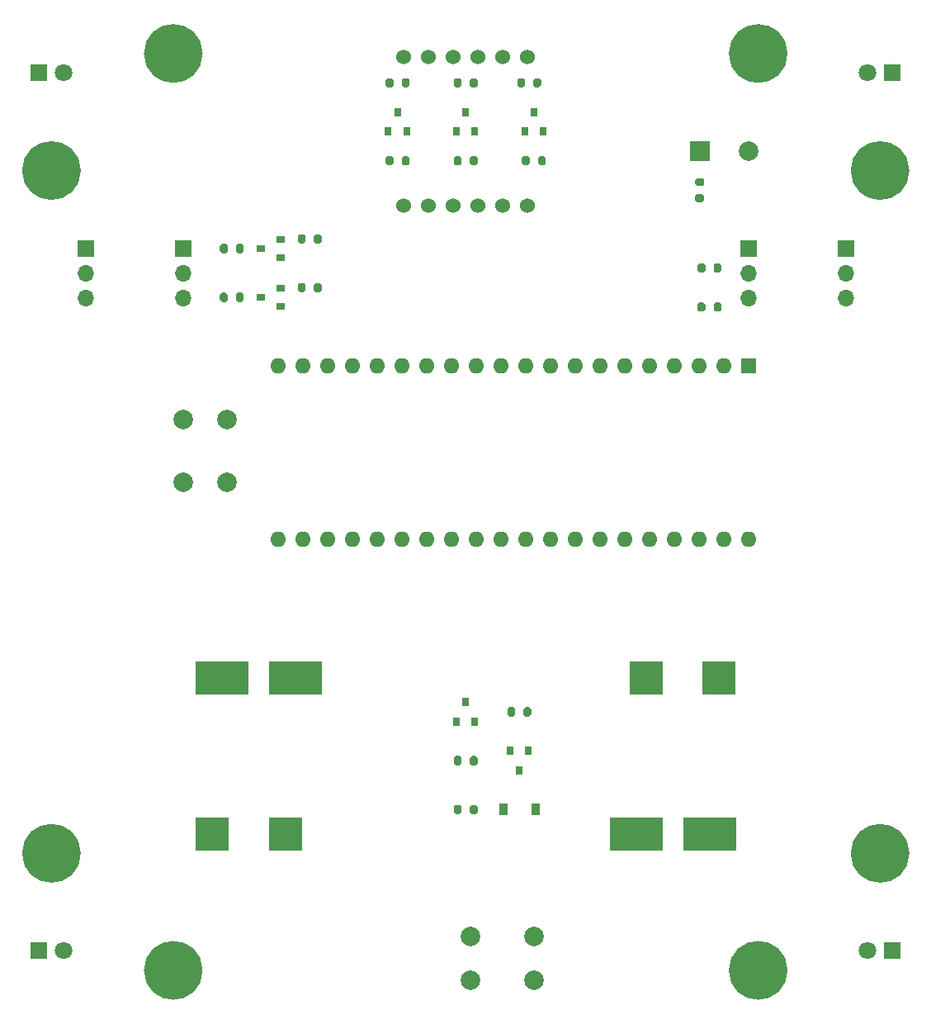
<source format=gbs>
%TF.GenerationSoftware,KiCad,Pcbnew,(5.1.10)-1*%
%TF.CreationDate,2022-10-01T11:38:57+09:00*%
%TF.ProjectId,speedometer,73706565-646f-46d6-9574-65722e6b6963,rev?*%
%TF.SameCoordinates,Original*%
%TF.FileFunction,Soldermask,Bot*%
%TF.FilePolarity,Negative*%
%FSLAX46Y46*%
G04 Gerber Fmt 4.6, Leading zero omitted, Abs format (unit mm)*
G04 Created by KiCad (PCBNEW (5.1.10)-1) date 2022-10-01 11:38:57*
%MOMM*%
%LPD*%
G01*
G04 APERTURE LIST*
%ADD10C,2.000000*%
%ADD11C,1.524000*%
%ADD12R,0.800000X0.900000*%
%ADD13R,0.900000X1.200000*%
%ADD14R,3.500000X3.500000*%
%ADD15R,5.500000X3.500000*%
%ADD16R,2.000000X2.000000*%
%ADD17C,2.000000*%
%ADD18C,1.800000*%
%ADD19R,1.800000X1.800000*%
%ADD20R,1.700000X1.700000*%
%ADD21O,1.700000X1.700000*%
%ADD22R,0.900000X0.800000*%
%ADD23O,1.600000X1.600000*%
%ADD24R,1.600000X1.600000*%
%ADD25C,3.200000*%
G04 APERTURE END LIST*
D10*
%TO.C,H1*%
X22000000Y-3000000D02*
G75*
G03*
X22000000Y-3000000I-2000000J0D01*
G01*
%TO.C,H2*%
X22000000Y-97000000D02*
G75*
G03*
X22000000Y-97000000I-2000000J0D01*
G01*
%TO.C,H3*%
X82000000Y-3000000D02*
G75*
G03*
X82000000Y-3000000I-2000000J0D01*
G01*
%TO.C,H4*%
X82000000Y-97000000D02*
G75*
G03*
X82000000Y-97000000I-2000000J0D01*
G01*
%TO.C,H5*%
X9500000Y-15000000D02*
G75*
G03*
X9500000Y-15000000I-2000000J0D01*
G01*
%TO.C,H6*%
X9500000Y-85000000D02*
G75*
G03*
X9500000Y-85000000I-2000000J0D01*
G01*
%TO.C,H7*%
X94500000Y-15000000D02*
G75*
G03*
X94500000Y-15000000I-2000000J0D01*
G01*
%TO.C,H8*%
X94500000Y-85000000D02*
G75*
G03*
X94500000Y-85000000I-2000000J0D01*
G01*
%TD*%
D11*
%TO.C,U2*%
X43650000Y-18620000D03*
X46190000Y-18620000D03*
X48730000Y-18620000D03*
X51270000Y-18620000D03*
X53810000Y-18620000D03*
X56350000Y-18620000D03*
X56350000Y-3380000D03*
X53810000Y-3380000D03*
X51270000Y-3380000D03*
X48730000Y-3380000D03*
X46190000Y-3380000D03*
X43650000Y-3380000D03*
%TD*%
%TO.C,R13*%
G36*
G01*
X74575000Y-24725000D02*
X74575000Y-25275000D01*
G75*
G02*
X74375000Y-25475000I-200000J0D01*
G01*
X73975000Y-25475000D01*
G75*
G02*
X73775000Y-25275000I0J200000D01*
G01*
X73775000Y-24725000D01*
G75*
G02*
X73975000Y-24525000I200000J0D01*
G01*
X74375000Y-24525000D01*
G75*
G02*
X74575000Y-24725000I0J-200000D01*
G01*
G37*
G36*
G01*
X76225000Y-24725000D02*
X76225000Y-25275000D01*
G75*
G02*
X76025000Y-25475000I-200000J0D01*
G01*
X75625000Y-25475000D01*
G75*
G02*
X75425000Y-25275000I0J200000D01*
G01*
X75425000Y-24725000D01*
G75*
G02*
X75625000Y-24525000I200000J0D01*
G01*
X76025000Y-24525000D01*
G75*
G02*
X76225000Y-24725000I0J-200000D01*
G01*
G37*
%TD*%
D12*
%TO.C,Q1*%
X50000000Y-69500000D03*
X49050000Y-71500000D03*
X50950000Y-71500000D03*
%TD*%
%TO.C,R2*%
G36*
G01*
X48775000Y-75775000D02*
X48775000Y-75225000D01*
G75*
G02*
X48975000Y-75025000I200000J0D01*
G01*
X49375000Y-75025000D01*
G75*
G02*
X49575000Y-75225000I0J-200000D01*
G01*
X49575000Y-75775000D01*
G75*
G02*
X49375000Y-75975000I-200000J0D01*
G01*
X48975000Y-75975000D01*
G75*
G02*
X48775000Y-75775000I0J200000D01*
G01*
G37*
G36*
G01*
X50425000Y-75775000D02*
X50425000Y-75225000D01*
G75*
G02*
X50625000Y-75025000I200000J0D01*
G01*
X51025000Y-75025000D01*
G75*
G02*
X51225000Y-75225000I0J-200000D01*
G01*
X51225000Y-75775000D01*
G75*
G02*
X51025000Y-75975000I-200000J0D01*
G01*
X50625000Y-75975000D01*
G75*
G02*
X50425000Y-75775000I0J200000D01*
G01*
G37*
%TD*%
%TO.C,R4*%
G36*
G01*
X55075000Y-70225000D02*
X55075000Y-70775000D01*
G75*
G02*
X54875000Y-70975000I-200000J0D01*
G01*
X54475000Y-70975000D01*
G75*
G02*
X54275000Y-70775000I0J200000D01*
G01*
X54275000Y-70225000D01*
G75*
G02*
X54475000Y-70025000I200000J0D01*
G01*
X54875000Y-70025000D01*
G75*
G02*
X55075000Y-70225000I0J-200000D01*
G01*
G37*
G36*
G01*
X56725000Y-70225000D02*
X56725000Y-70775000D01*
G75*
G02*
X56525000Y-70975000I-200000J0D01*
G01*
X56125000Y-70975000D01*
G75*
G02*
X55925000Y-70775000I0J200000D01*
G01*
X55925000Y-70225000D01*
G75*
G02*
X56125000Y-70025000I200000J0D01*
G01*
X56525000Y-70025000D01*
G75*
G02*
X56725000Y-70225000I0J-200000D01*
G01*
G37*
%TD*%
%TO.C,Q2*%
X54550000Y-74500000D03*
X56450000Y-74500000D03*
X55500000Y-76500000D03*
%TD*%
%TO.C,R1*%
G36*
G01*
X48775000Y-80775000D02*
X48775000Y-80225000D01*
G75*
G02*
X48975000Y-80025000I200000J0D01*
G01*
X49375000Y-80025000D01*
G75*
G02*
X49575000Y-80225000I0J-200000D01*
G01*
X49575000Y-80775000D01*
G75*
G02*
X49375000Y-80975000I-200000J0D01*
G01*
X48975000Y-80975000D01*
G75*
G02*
X48775000Y-80775000I0J200000D01*
G01*
G37*
G36*
G01*
X50425000Y-80775000D02*
X50425000Y-80225000D01*
G75*
G02*
X50625000Y-80025000I200000J0D01*
G01*
X51025000Y-80025000D01*
G75*
G02*
X51225000Y-80225000I0J-200000D01*
G01*
X51225000Y-80775000D01*
G75*
G02*
X51025000Y-80975000I-200000J0D01*
G01*
X50625000Y-80975000D01*
G75*
G02*
X50425000Y-80775000I0J200000D01*
G01*
G37*
%TD*%
D13*
%TO.C,D1*%
X53850000Y-80500000D03*
X57150000Y-80500000D03*
%TD*%
D14*
%TO.C,BT1*%
X68500000Y-67000000D03*
D15*
X25000000Y-67000000D03*
D14*
X76000000Y-67000000D03*
D15*
X32500000Y-67000000D03*
%TD*%
%TO.C,BT2*%
X67500000Y-83000000D03*
D14*
X24000000Y-83000000D03*
D15*
X75000000Y-83000000D03*
D14*
X31500000Y-83000000D03*
%TD*%
D16*
%TO.C,BZ1*%
X74000000Y-13000000D03*
D17*
X79000000Y-13000000D03*
%TD*%
D18*
%TO.C,D2*%
X8770000Y-5000000D03*
D19*
X6230000Y-5000000D03*
%TD*%
%TO.C,D3*%
X6230000Y-95000000D03*
D18*
X8770000Y-95000000D03*
%TD*%
D20*
%TO.C,J1*%
X21000000Y-23000000D03*
D21*
X21000000Y-25540000D03*
X21000000Y-28080000D03*
%TD*%
%TO.C,J2*%
X11000000Y-28080000D03*
X11000000Y-25540000D03*
D20*
X11000000Y-23000000D03*
%TD*%
D21*
%TO.C,J3*%
X79000000Y-28080000D03*
X79000000Y-25540000D03*
D20*
X79000000Y-23000000D03*
%TD*%
%TO.C,J4*%
X89000000Y-23000000D03*
D21*
X89000000Y-25540000D03*
X89000000Y-28080000D03*
%TD*%
D22*
%TO.C,Q3*%
X29000000Y-23000000D03*
X31000000Y-23950000D03*
X31000000Y-22050000D03*
%TD*%
%TO.C,Q4*%
X31000000Y-27050000D03*
X31000000Y-28950000D03*
X29000000Y-28000000D03*
%TD*%
D18*
%TO.C,Q5*%
X91230000Y-95000000D03*
D19*
X93770000Y-95000000D03*
%TD*%
D12*
%TO.C,Q6*%
X43000000Y-9000000D03*
X42050000Y-11000000D03*
X43950000Y-11000000D03*
%TD*%
%TO.C,Q7*%
X50950000Y-11000000D03*
X49050000Y-11000000D03*
X50000000Y-9000000D03*
%TD*%
D19*
%TO.C,Q8*%
X93770000Y-5000000D03*
D18*
X91230000Y-5000000D03*
%TD*%
D12*
%TO.C,Q9*%
X57950000Y-11000000D03*
X56050000Y-11000000D03*
X57000000Y-9000000D03*
%TD*%
%TO.C,R3*%
G36*
G01*
X73725000Y-15775000D02*
X74275000Y-15775000D01*
G75*
G02*
X74475000Y-15975000I0J-200000D01*
G01*
X74475000Y-16375000D01*
G75*
G02*
X74275000Y-16575000I-200000J0D01*
G01*
X73725000Y-16575000D01*
G75*
G02*
X73525000Y-16375000I0J200000D01*
G01*
X73525000Y-15975000D01*
G75*
G02*
X73725000Y-15775000I200000J0D01*
G01*
G37*
G36*
G01*
X73725000Y-17425000D02*
X74275000Y-17425000D01*
G75*
G02*
X74475000Y-17625000I0J-200000D01*
G01*
X74475000Y-18025000D01*
G75*
G02*
X74275000Y-18225000I-200000J0D01*
G01*
X73725000Y-18225000D01*
G75*
G02*
X73525000Y-18025000I0J200000D01*
G01*
X73525000Y-17625000D01*
G75*
G02*
X73725000Y-17425000I200000J0D01*
G01*
G37*
%TD*%
%TO.C,R5*%
G36*
G01*
X32775000Y-22275000D02*
X32775000Y-21725000D01*
G75*
G02*
X32975000Y-21525000I200000J0D01*
G01*
X33375000Y-21525000D01*
G75*
G02*
X33575000Y-21725000I0J-200000D01*
G01*
X33575000Y-22275000D01*
G75*
G02*
X33375000Y-22475000I-200000J0D01*
G01*
X32975000Y-22475000D01*
G75*
G02*
X32775000Y-22275000I0J200000D01*
G01*
G37*
G36*
G01*
X34425000Y-22275000D02*
X34425000Y-21725000D01*
G75*
G02*
X34625000Y-21525000I200000J0D01*
G01*
X35025000Y-21525000D01*
G75*
G02*
X35225000Y-21725000I0J-200000D01*
G01*
X35225000Y-22275000D01*
G75*
G02*
X35025000Y-22475000I-200000J0D01*
G01*
X34625000Y-22475000D01*
G75*
G02*
X34425000Y-22275000I0J200000D01*
G01*
G37*
%TD*%
%TO.C,R6*%
G36*
G01*
X34425000Y-27275000D02*
X34425000Y-26725000D01*
G75*
G02*
X34625000Y-26525000I200000J0D01*
G01*
X35025000Y-26525000D01*
G75*
G02*
X35225000Y-26725000I0J-200000D01*
G01*
X35225000Y-27275000D01*
G75*
G02*
X35025000Y-27475000I-200000J0D01*
G01*
X34625000Y-27475000D01*
G75*
G02*
X34425000Y-27275000I0J200000D01*
G01*
G37*
G36*
G01*
X32775000Y-27275000D02*
X32775000Y-26725000D01*
G75*
G02*
X32975000Y-26525000I200000J0D01*
G01*
X33375000Y-26525000D01*
G75*
G02*
X33575000Y-26725000I0J-200000D01*
G01*
X33575000Y-27275000D01*
G75*
G02*
X33375000Y-27475000I-200000J0D01*
G01*
X32975000Y-27475000D01*
G75*
G02*
X32775000Y-27275000I0J200000D01*
G01*
G37*
%TD*%
%TO.C,R7*%
G36*
G01*
X24775000Y-23275000D02*
X24775000Y-22725000D01*
G75*
G02*
X24975000Y-22525000I200000J0D01*
G01*
X25375000Y-22525000D01*
G75*
G02*
X25575000Y-22725000I0J-200000D01*
G01*
X25575000Y-23275000D01*
G75*
G02*
X25375000Y-23475000I-200000J0D01*
G01*
X24975000Y-23475000D01*
G75*
G02*
X24775000Y-23275000I0J200000D01*
G01*
G37*
G36*
G01*
X26425000Y-23275000D02*
X26425000Y-22725000D01*
G75*
G02*
X26625000Y-22525000I200000J0D01*
G01*
X27025000Y-22525000D01*
G75*
G02*
X27225000Y-22725000I0J-200000D01*
G01*
X27225000Y-23275000D01*
G75*
G02*
X27025000Y-23475000I-200000J0D01*
G01*
X26625000Y-23475000D01*
G75*
G02*
X26425000Y-23275000I0J200000D01*
G01*
G37*
%TD*%
%TO.C,R8*%
G36*
G01*
X26425000Y-28275000D02*
X26425000Y-27725000D01*
G75*
G02*
X26625000Y-27525000I200000J0D01*
G01*
X27025000Y-27525000D01*
G75*
G02*
X27225000Y-27725000I0J-200000D01*
G01*
X27225000Y-28275000D01*
G75*
G02*
X27025000Y-28475000I-200000J0D01*
G01*
X26625000Y-28475000D01*
G75*
G02*
X26425000Y-28275000I0J200000D01*
G01*
G37*
G36*
G01*
X24775000Y-28275000D02*
X24775000Y-27725000D01*
G75*
G02*
X24975000Y-27525000I200000J0D01*
G01*
X25375000Y-27525000D01*
G75*
G02*
X25575000Y-27725000I0J-200000D01*
G01*
X25575000Y-28275000D01*
G75*
G02*
X25375000Y-28475000I-200000J0D01*
G01*
X24975000Y-28475000D01*
G75*
G02*
X24775000Y-28275000I0J200000D01*
G01*
G37*
%TD*%
%TO.C,R9*%
G36*
G01*
X56575000Y-13725000D02*
X56575000Y-14275000D01*
G75*
G02*
X56375000Y-14475000I-200000J0D01*
G01*
X55975000Y-14475000D01*
G75*
G02*
X55775000Y-14275000I0J200000D01*
G01*
X55775000Y-13725000D01*
G75*
G02*
X55975000Y-13525000I200000J0D01*
G01*
X56375000Y-13525000D01*
G75*
G02*
X56575000Y-13725000I0J-200000D01*
G01*
G37*
G36*
G01*
X58225000Y-13725000D02*
X58225000Y-14275000D01*
G75*
G02*
X58025000Y-14475000I-200000J0D01*
G01*
X57625000Y-14475000D01*
G75*
G02*
X57425000Y-14275000I0J200000D01*
G01*
X57425000Y-13725000D01*
G75*
G02*
X57625000Y-13525000I200000J0D01*
G01*
X58025000Y-13525000D01*
G75*
G02*
X58225000Y-13725000I0J-200000D01*
G01*
G37*
%TD*%
%TO.C,R10*%
G36*
G01*
X51225000Y-13725000D02*
X51225000Y-14275000D01*
G75*
G02*
X51025000Y-14475000I-200000J0D01*
G01*
X50625000Y-14475000D01*
G75*
G02*
X50425000Y-14275000I0J200000D01*
G01*
X50425000Y-13725000D01*
G75*
G02*
X50625000Y-13525000I200000J0D01*
G01*
X51025000Y-13525000D01*
G75*
G02*
X51225000Y-13725000I0J-200000D01*
G01*
G37*
G36*
G01*
X49575000Y-13725000D02*
X49575000Y-14275000D01*
G75*
G02*
X49375000Y-14475000I-200000J0D01*
G01*
X48975000Y-14475000D01*
G75*
G02*
X48775000Y-14275000I0J200000D01*
G01*
X48775000Y-13725000D01*
G75*
G02*
X48975000Y-13525000I200000J0D01*
G01*
X49375000Y-13525000D01*
G75*
G02*
X49575000Y-13725000I0J-200000D01*
G01*
G37*
%TD*%
%TO.C,R11*%
G36*
G01*
X42575000Y-13725000D02*
X42575000Y-14275000D01*
G75*
G02*
X42375000Y-14475000I-200000J0D01*
G01*
X41975000Y-14475000D01*
G75*
G02*
X41775000Y-14275000I0J200000D01*
G01*
X41775000Y-13725000D01*
G75*
G02*
X41975000Y-13525000I200000J0D01*
G01*
X42375000Y-13525000D01*
G75*
G02*
X42575000Y-13725000I0J-200000D01*
G01*
G37*
G36*
G01*
X44225000Y-13725000D02*
X44225000Y-14275000D01*
G75*
G02*
X44025000Y-14475000I-200000J0D01*
G01*
X43625000Y-14475000D01*
G75*
G02*
X43425000Y-14275000I0J200000D01*
G01*
X43425000Y-13725000D01*
G75*
G02*
X43625000Y-13525000I200000J0D01*
G01*
X44025000Y-13525000D01*
G75*
G02*
X44225000Y-13725000I0J-200000D01*
G01*
G37*
%TD*%
%TO.C,R12*%
G36*
G01*
X76225000Y-28725000D02*
X76225000Y-29275000D01*
G75*
G02*
X76025000Y-29475000I-200000J0D01*
G01*
X75625000Y-29475000D01*
G75*
G02*
X75425000Y-29275000I0J200000D01*
G01*
X75425000Y-28725000D01*
G75*
G02*
X75625000Y-28525000I200000J0D01*
G01*
X76025000Y-28525000D01*
G75*
G02*
X76225000Y-28725000I0J-200000D01*
G01*
G37*
G36*
G01*
X74575000Y-28725000D02*
X74575000Y-29275000D01*
G75*
G02*
X74375000Y-29475000I-200000J0D01*
G01*
X73975000Y-29475000D01*
G75*
G02*
X73775000Y-29275000I0J200000D01*
G01*
X73775000Y-28725000D01*
G75*
G02*
X73975000Y-28525000I200000J0D01*
G01*
X74375000Y-28525000D01*
G75*
G02*
X74575000Y-28725000I0J-200000D01*
G01*
G37*
%TD*%
D17*
%TO.C,SW1*%
X50500000Y-98000000D03*
X50500000Y-93500000D03*
X57000000Y-98000000D03*
X57000000Y-93500000D03*
%TD*%
%TO.C,SW2*%
X21000000Y-40500000D03*
X25500000Y-40500000D03*
X21000000Y-47000000D03*
X25500000Y-47000000D03*
%TD*%
D23*
%TO.C,U1*%
X79000000Y-52780000D03*
X30740000Y-35000000D03*
X76460000Y-52780000D03*
X33280000Y-35000000D03*
X73920000Y-52780000D03*
X35820000Y-35000000D03*
X71380000Y-52780000D03*
X38360000Y-35000000D03*
X68840000Y-52780000D03*
X40900000Y-35000000D03*
X66300000Y-52780000D03*
X43440000Y-35000000D03*
X63760000Y-52780000D03*
X45980000Y-35000000D03*
X61220000Y-52780000D03*
X48520000Y-35000000D03*
X58680000Y-52780000D03*
X51060000Y-35000000D03*
X56140000Y-52780000D03*
X53600000Y-35000000D03*
X53600000Y-52780000D03*
X56140000Y-35000000D03*
X51060000Y-52780000D03*
X58680000Y-35000000D03*
X48520000Y-52780000D03*
X61220000Y-35000000D03*
X45980000Y-52780000D03*
X63760000Y-35000000D03*
X43440000Y-52780000D03*
X66300000Y-35000000D03*
X40900000Y-52780000D03*
X68840000Y-35000000D03*
X38360000Y-52780000D03*
X71380000Y-35000000D03*
X35820000Y-52780000D03*
X73920000Y-35000000D03*
X33280000Y-52780000D03*
X76460000Y-35000000D03*
X30740000Y-52780000D03*
D24*
X79000000Y-35000000D03*
%TD*%
D25*
%TO.C,H1*%
X20000000Y-3000000D03*
%TD*%
%TO.C,H2*%
X20000000Y-97000000D03*
%TD*%
%TO.C,H3*%
X80000000Y-3000000D03*
%TD*%
%TO.C,H4*%
X80000000Y-97000000D03*
%TD*%
%TO.C,R14*%
G36*
G01*
X41775000Y-6275000D02*
X41775000Y-5725000D01*
G75*
G02*
X41975000Y-5525000I200000J0D01*
G01*
X42375000Y-5525000D01*
G75*
G02*
X42575000Y-5725000I0J-200000D01*
G01*
X42575000Y-6275000D01*
G75*
G02*
X42375000Y-6475000I-200000J0D01*
G01*
X41975000Y-6475000D01*
G75*
G02*
X41775000Y-6275000I0J200000D01*
G01*
G37*
G36*
G01*
X43425000Y-6275000D02*
X43425000Y-5725000D01*
G75*
G02*
X43625000Y-5525000I200000J0D01*
G01*
X44025000Y-5525000D01*
G75*
G02*
X44225000Y-5725000I0J-200000D01*
G01*
X44225000Y-6275000D01*
G75*
G02*
X44025000Y-6475000I-200000J0D01*
G01*
X43625000Y-6475000D01*
G75*
G02*
X43425000Y-6275000I0J200000D01*
G01*
G37*
%TD*%
%TO.C,R15*%
G36*
G01*
X50425000Y-6275000D02*
X50425000Y-5725000D01*
G75*
G02*
X50625000Y-5525000I200000J0D01*
G01*
X51025000Y-5525000D01*
G75*
G02*
X51225000Y-5725000I0J-200000D01*
G01*
X51225000Y-6275000D01*
G75*
G02*
X51025000Y-6475000I-200000J0D01*
G01*
X50625000Y-6475000D01*
G75*
G02*
X50425000Y-6275000I0J200000D01*
G01*
G37*
G36*
G01*
X48775000Y-6275000D02*
X48775000Y-5725000D01*
G75*
G02*
X48975000Y-5525000I200000J0D01*
G01*
X49375000Y-5525000D01*
G75*
G02*
X49575000Y-5725000I0J-200000D01*
G01*
X49575000Y-6275000D01*
G75*
G02*
X49375000Y-6475000I-200000J0D01*
G01*
X48975000Y-6475000D01*
G75*
G02*
X48775000Y-6275000I0J200000D01*
G01*
G37*
%TD*%
%TO.C,R16*%
G36*
G01*
X57725000Y-5725000D02*
X57725000Y-6275000D01*
G75*
G02*
X57525000Y-6475000I-200000J0D01*
G01*
X57125000Y-6475000D01*
G75*
G02*
X56925000Y-6275000I0J200000D01*
G01*
X56925000Y-5725000D01*
G75*
G02*
X57125000Y-5525000I200000J0D01*
G01*
X57525000Y-5525000D01*
G75*
G02*
X57725000Y-5725000I0J-200000D01*
G01*
G37*
G36*
G01*
X56075000Y-5725000D02*
X56075000Y-6275000D01*
G75*
G02*
X55875000Y-6475000I-200000J0D01*
G01*
X55475000Y-6475000D01*
G75*
G02*
X55275000Y-6275000I0J200000D01*
G01*
X55275000Y-5725000D01*
G75*
G02*
X55475000Y-5525000I200000J0D01*
G01*
X55875000Y-5525000D01*
G75*
G02*
X56075000Y-5725000I0J-200000D01*
G01*
G37*
%TD*%
%TO.C,H5*%
X7500000Y-15000000D03*
%TD*%
%TO.C,H6*%
X7500000Y-85000000D03*
%TD*%
%TO.C,H7*%
X92500000Y-15000000D03*
%TD*%
%TO.C,H8*%
X92500000Y-85000000D03*
%TD*%
M02*

</source>
